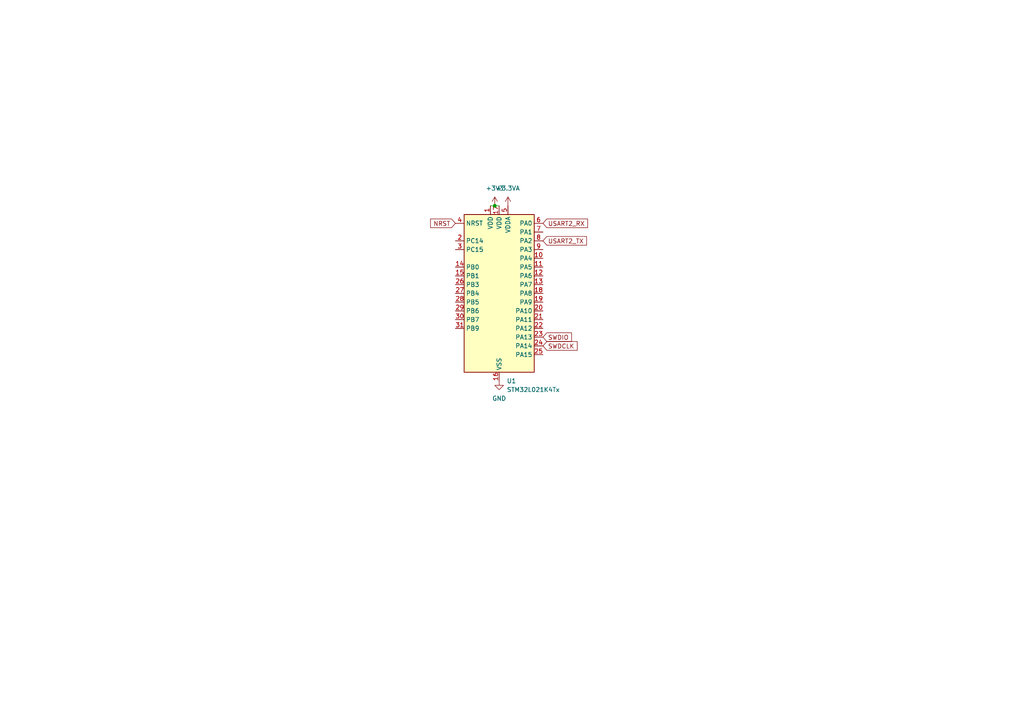
<source format=kicad_sch>
(kicad_sch (version 20230121) (generator eeschema)
  (paper "A4")
  (lib_symbols
    (symbol "MCU_ST_STM32L0:STM32L021K4Tx"
      (property "Reference" "U" (at -10.16 24.13 0))
      (property "Value" "STM32L021K4Tx" (at 5.08 24.13 0))
      (symbol "STM32L021K4Tx_0_1"
        (rectangle (start -10.16 -22.86) (end 10.16 22.86) (stroke (width 0.254)) (fill (type background)))
      )
      (symbol "STM32L021K4Tx_1_1"
        (pin power_in line (at -2.54 25.4 270) (length 2.54) (name "VDD") (number "1"))
        (pin bidirectional line (at 12.7 10.16 180) (length 2.54) (name "PA4") (number "10"))
        (pin bidirectional line (at 12.7 7.62 180) (length 2.54) (name "PA5") (number "11"))
        (pin bidirectional line (at 12.7 5.08 180) (length 2.54) (name "PA6") (number "12"))
        (pin bidirectional line (at 12.7 2.54 180) (length 2.54) (name "PA7") (number "13"))
        (pin bidirectional line (at -12.7 7.62 0) (length 2.54) (name "PB0") (number "14"))
        (pin bidirectional line (at -12.7 5.08 0) (length 2.54) (name "PB1") (number "15"))
        (pin power_in line (at 0 -25.4 90) (length 2.54) (name "VSS") (number "16"))
        (pin power_in line (at 0 25.4 270) (length 2.54) (name "VDD") (number "17"))
        (pin bidirectional line (at 12.7 0 180) (length 2.54) (name "PA8") (number "18"))
        (pin bidirectional line (at 12.7 -2.54 180) (length 2.54) (name "PA9") (number "19"))
        (pin bidirectional line (at -12.7 15.24 0) (length 2.54) (name "PC14") (number "2"))
        (pin bidirectional line (at 12.7 -5.08 180) (length 2.54) (name "PA10") (number "20"))
        (pin bidirectional line (at 12.7 -7.62 180) (length 2.54) (name "PA11") (number "21"))
        (pin bidirectional line (at 12.7 -10.16 180) (length 2.54) (name "PA12") (number "22"))
        (pin bidirectional line (at 12.7 -12.7 180) (length 2.54) (name "PA13") (number "23"))
        (pin bidirectional line (at 12.7 -15.24 180) (length 2.54) (name "PA14") (number "24"))
        (pin bidirectional line (at 12.7 -17.78 180) (length 2.54) (name "PA15") (number "25"))
        (pin bidirectional line (at -12.7 2.54 0) (length 2.54) (name "PB3") (number "26"))
        (pin bidirectional line (at -12.7 0 0) (length 2.54) (name "PB4") (number "27"))
        (pin bidirectional line (at -12.7 -2.54 0) (length 2.54) (name "PB5") (number "28"))
        (pin bidirectional line (at -12.7 -5.08 0) (length 2.54) (name "PB6") (number "29"))
        (pin bidirectional line (at -12.7 12.7 0) (length 2.54) (name "PC15") (number "3"))
        (pin bidirectional line (at -12.7 -7.62 0) (length 2.54) (name "PB7") (number "30"))
        (pin bidirectional line (at -12.7 -10.16 0) (length 2.54) (name "PB9") (number "31"))
        (pin passive line (at 0 -25.4 90) (length 2.54) hide (name "VSS") (number "32"))
        (pin input line (at -12.7 20.32 0) (length 2.54) (name "NRST") (number "4"))
        (pin power_in line (at 2.54 25.4 270) (length 2.54) (name "VDDA") (number "5"))
        (pin bidirectional line (at 12.7 20.32 180) (length 2.54) (name "PA0") (number "6"))
        (pin bidirectional line (at 12.7 17.78 180) (length 2.54) (name "PA1") (number "7"))
        (pin bidirectional line (at 12.7 15.24 180) (length 2.54) (name "PA2") (number "8"))
        (pin bidirectional line (at 12.7 12.7 180) (length 2.54) (name "PA3") (number "9"))
      )
    )
    (symbol "power:+3.3VA" (power) (pin_names (offset 0))
      (property "Value" "+3.3VA" (at 0 3.556 0))
      (symbol "+3.3VA_0_1"
        (polyline (pts (xy -0.762 1.27) (xy 0 2.54)))
        (polyline (pts (xy 0 0) (xy 0 2.54)))
        (polyline (pts (xy 0 2.54) (xy 0.762 1.27)))
      )
      (symbol "+3.3VA_1_1"
        (pin power_in line (at 0 0 90) (length 0) hide (name "+3.3VA") (number "1"))
      )
    )
    (symbol "power:+3V3" (power) (pin_names (offset 0))
      (property "Value" "+3V3" (at 0 3.556 0))
      (symbol "+3V3_0_1"
        (polyline (pts (xy -0.762 1.27) (xy 0 2.54)))
        (polyline (pts (xy 0 0) (xy 0 2.54)))
        (polyline (pts (xy 0 2.54) (xy 0.762 1.27)))
      )
      (symbol "+3V3_1_1"
        (pin power_in line (at 0 0 90) (length 0) hide (name "+3V3") (number "1"))
      )
    )
    (symbol "power:GND" (power) (pin_names (offset 0))
      (property "Value" "GND" (at 0 -3.81 0))
      (symbol "GND_0_1"
        (polyline (pts (xy 0 0) (xy 0 -1.27) (xy 1.27 -1.27) (xy 0 -2.54) (xy -1.27 -1.27) (xy 0 -1.27)))
      )
      (symbol "GND_1_1"
        (pin power_in line (at 0 0 270) (length 0) hide (name "GND") (number "1"))
      )
    )
  )
  (junction (at 143.51 59.69))
  (wire (pts (xy 143.51 59.69) (xy 144.78 59.69)))
  (wire (pts (xy 142.24 59.69) (xy 143.51 59.69)))
  (global_label "USART2_TX" (shape input) (at 157.48 69.85 0) (property "Intersheetrefs" "${INTERSHEET_REFS}" (effects hide)))
  (global_label "NRST" (shape input) (at 132.08 64.77 180) (property "Intersheetrefs" "${INTERSHEET_REFS}" (effects hide)))
  (global_label "SWDCLK" (shape input) (at 157.48 100.33 0) (property "Intersheetrefs" "${INTERSHEET_REFS}" (effects hide)))
  (global_label "SWDIO" (shape input) (at 157.48 97.79 0) (property "Intersheetrefs" "${INTERSHEET_REFS}" (effects hide)))
  (global_label "USART2_RX" (shape input) (at 157.48 64.77 0) (property "Intersheetrefs" "${INTERSHEET_REFS}" (effects hide)))
  (symbol (lib_id "power:GND") (at 144.78 110.49 0) (unit 1)
    (property "Reference" "#PWR02" (effects hide))
    (property "Value" "GND" (at 144.78 115.57 0))
  )
  (symbol (lib_id "MCU_ST_STM32L0:STM32L021K4Tx") (at 144.78 85.09 0) (unit 1)
    (property "Reference" "U1" (at 146.9741 110.49 0) (effects (justify left)))
    (property "Value" "STM32L021K4Tx" (at 146.9741 113.03 0) (effects (justify left)))
    (property "Footprint" "Package_QFP:LQFP-32_7x7mm_P0.8mm" (effects hide))
    (property "Datasheet" "https://www.st.com/resource/en/datasheet/stm32l021k4.pdf" (effects hide))
  )
  (symbol (lib_id "power:+3.3VA") (at 147.32 59.69 0) (unit 1)
    (property "Reference" "#PWR03" (effects hide))
    (property "Value" "+3.3VA" (at 147.32 54.61 0))
  )
  (symbol (lib_id "power:+3V3") (at 143.51 59.69 0) (unit 1)
    (property "Reference" "#PWR01" (effects hide))
    (property "Value" "+3V3" (at 143.51 54.61 0))
  )
)
</source>
